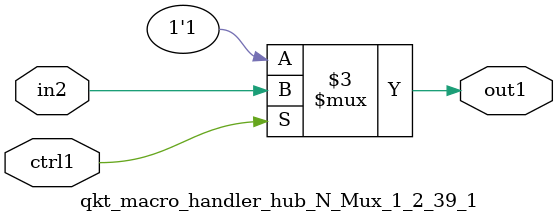
<source format=v>

`timescale 1ps / 1ps


module qkt_macro_handler_hub_N_Mux_1_2_39_1( in2, ctrl1, out1 );

    input in2;
    input ctrl1;
    output out1;
    reg out1;

    
    // rtl_process:qkt_macro_handler_hub_N_Mux_1_2_39_1/qkt_macro_handler_hub_N_Mux_1_2_39_1_thread_1
    always @*
      begin : qkt_macro_handler_hub_N_Mux_1_2_39_1_thread_1
        case (ctrl1) 
          1'b1: 
            begin
              out1 = in2;
            end
          default: 
            begin
              out1 = 1'b1;
            end
        endcase
      end

endmodule



</source>
